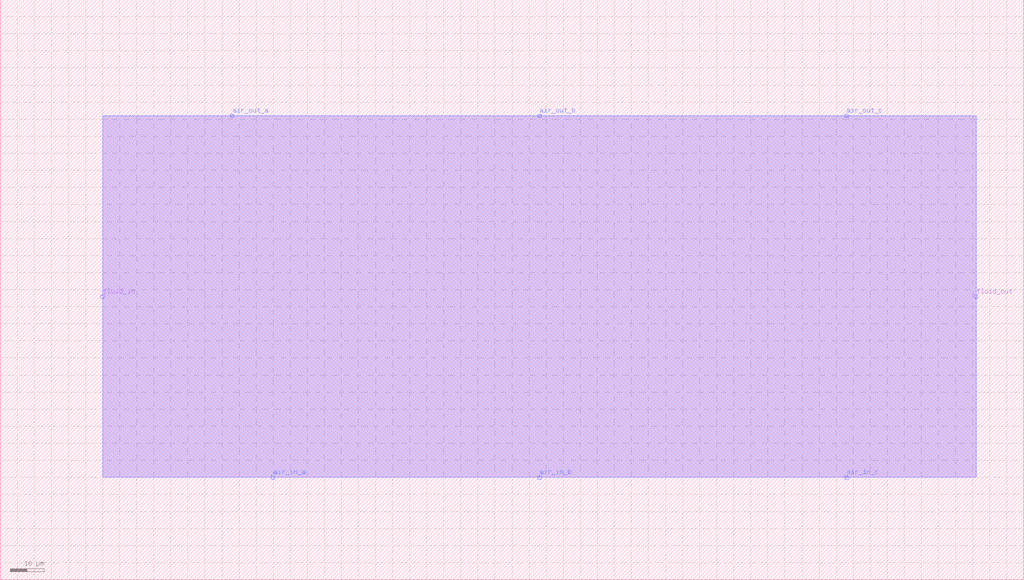
<source format=lef>

MACRO pump_20_40_20px_0
  CLASS CORE ;
  ORIGIN  0 0 ;
  FOREIGN pump_20_40_20px_0 0 0 ;
  SIZE 300 BY 170 ;
  SYMMETRY X Y ;
  SITE CoreSite ;
  PIN fluid_in
    DIRECTION INPUT ;
    USE SIGNAL ;
    PORT
      LAYER met1 ;
        RECT 29.5 82.5 30.5 83.5 ;
    END
  END fluid_in
  PIN fluid_out
    DIRECTION OUTPUT ;
    USE SIGNAL ;
    PORT
      LAYER met1 ;
        RECT 285.5 82.5 286.5 83.5 ;
    END
  END fluid_out
  PIN air_out_a
    DIRECTION OUTPUT ;
    USE SIGNAL ;
    PORT
      LAYER met3 ;
        RECT 67.5 135.5 68.5 136.5 ;
    END
  END air_out_a
  PIN air_out_b
    DIRECTION OUTPUT ;
    USE SIGNAL ;
    PORT
      LAYER met3 ;
        RECT 157.5 135.5 158.5 136.5 ;
    END
  END air_out_b
  PIN air_out_c
    DIRECTION OUTPUT ;
    USE SIGNAL ;
    PORT
      LAYER met3 ;
        RECT 247.5 135.5 248.5 136.5 ;
    END
  END air_out_c
  PIN air_in_a
    DIRECTION INPUT ;
    USE SIGNAL ;
    PORT
      LAYER met3 ;
        RECT 79.5 29.5 80.5 30.5 ;
    END
  END air_in_a
  PIN air_in_b
    DIRECTION INPUT ;
    USE SIGNAL ;
    PORT
      LAYER met3 ;
        RECT 157.5 29.5 158.5 30.5 ;
    END
  END air_in_b
  PIN air_in_c
    DIRECTION INPUT ;
    USE SIGNAL ;
    PORT
      LAYER met3 ;
        RECT 247.5 29.5 248.5 30.5 ;
    END
  END air_in_c
  OBS
    LAYER met1 ;
      RECT 30 30 286 136 ;
    LAYER met2 ;
      RECT 30 30 286 136 ;
    LAYER met3 ;
      RECT 30 30 286 136 ;
  END
  PROPERTY CatenaDesignType "deviceLevel" ;
END pump_20_40_20px_0

</source>
